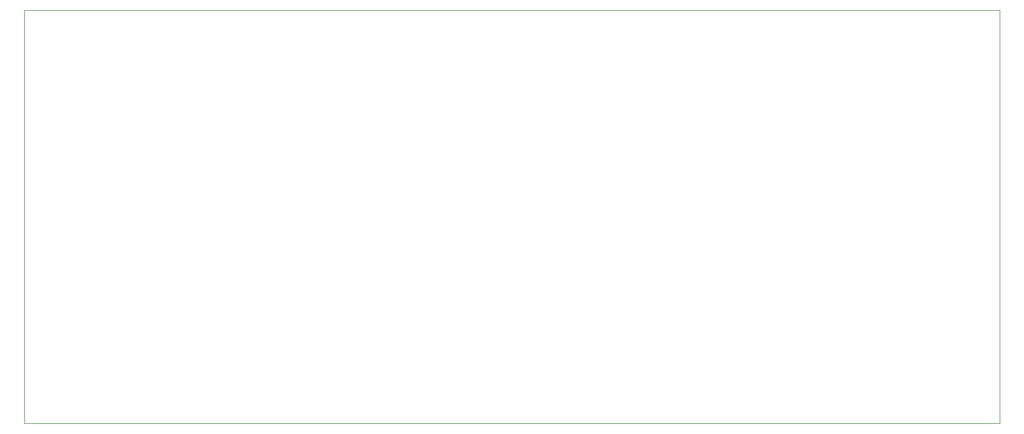
<source format=gbr>
%TF.GenerationSoftware,KiCad,Pcbnew,5.1.7-a382d34a8~87~ubuntu18.04.1*%
%TF.CreationDate,2020-10-27T09:38:10-03:00*%
%TF.ProjectId,Disp_Sec_V_1,44697370-5f53-4656-935f-565f312e6b69,1.1*%
%TF.SameCoordinates,Original*%
%TF.FileFunction,Profile,NP*%
%FSLAX46Y46*%
G04 Gerber Fmt 4.6, Leading zero omitted, Abs format (unit mm)*
G04 Created by KiCad (PCBNEW 5.1.7-a382d34a8~87~ubuntu18.04.1) date 2020-10-27 09:38:10*
%MOMM*%
%LPD*%
G01*
G04 APERTURE LIST*
%TA.AperFunction,Profile*%
%ADD10C,0.050000*%
%TD*%
G04 APERTURE END LIST*
D10*
X81000000Y-125000000D02*
X227000000Y-125000000D01*
X81000000Y-63000000D02*
X81000000Y-125000000D01*
X227000000Y-63000000D02*
X81000000Y-63000000D01*
X227000000Y-125000000D02*
X227000000Y-63000000D01*
M02*

</source>
